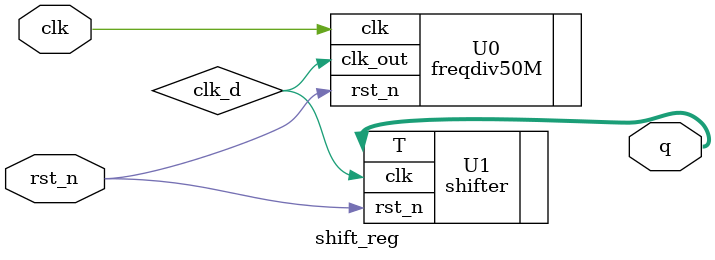
<source format=v>
`timescale 1ns / 1ps


module shift_reg(
    q,//LED
    clk,
    rst_n
    );
    input clk;
    input rst_n;
    output [7:0]q;
    
    wire clk_d;
    wire [7:0]q;
    
    //insert freqdiv
    freqdiv50M U0(
        .clk_out(clk_d),
        .clk(clk),
        .rst_n(rst_n)
    );
    //insert shifter
    shifter U1(
        .clk(clk_d),
        .rst_n(rst_n),
        .T(q)
    );
endmodule

</source>
